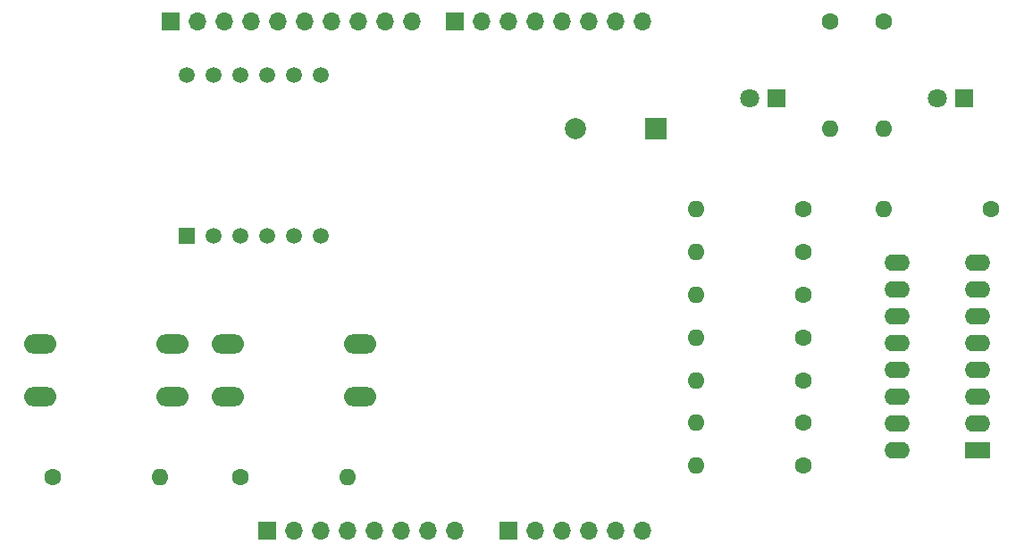
<source format=gbr>
%TF.GenerationSoftware,KiCad,Pcbnew,7.0.1*%
%TF.CreationDate,2023-03-30T13:35:16-06:00*%
%TF.ProjectId,Phase_A_UnoShield,50686173-655f-4415-9f55-6e6f53686965,rev?*%
%TF.SameCoordinates,Original*%
%TF.FileFunction,Soldermask,Top*%
%TF.FilePolarity,Negative*%
%FSLAX46Y46*%
G04 Gerber Fmt 4.6, Leading zero omitted, Abs format (unit mm)*
G04 Created by KiCad (PCBNEW 7.0.1) date 2023-03-30 13:35:16*
%MOMM*%
%LPD*%
G01*
G04 APERTURE LIST*
%ADD10R,1.700000X1.700000*%
%ADD11O,1.700000X1.700000*%
%ADD12R,1.800000X1.800000*%
%ADD13C,1.800000*%
%ADD14R,2.400000X1.600000*%
%ADD15O,2.400000X1.600000*%
%ADD16C,1.600000*%
%ADD17O,1.600000X1.600000*%
%ADD18R,2.000000X2.000000*%
%ADD19C,2.000000*%
%ADD20O,3.048000X1.850000*%
%ADD21R,1.500000X1.500000*%
%ADD22C,1.500000*%
G04 APERTURE END LIST*
D10*
%TO.C,J1*%
X127940000Y-97460000D03*
D11*
X130480000Y-97460000D03*
X133020000Y-97460000D03*
X135560000Y-97460000D03*
X138100000Y-97460000D03*
X140640000Y-97460000D03*
X143180000Y-97460000D03*
X145720000Y-97460000D03*
%TD*%
D10*
%TO.C,J3*%
X150800000Y-97460000D03*
D11*
X153340000Y-97460000D03*
X155880000Y-97460000D03*
X158420000Y-97460000D03*
X160960000Y-97460000D03*
X163500000Y-97460000D03*
%TD*%
D10*
%TO.C,J2*%
X118796000Y-49200000D03*
D11*
X121336000Y-49200000D03*
X123876000Y-49200000D03*
X126416000Y-49200000D03*
X128956000Y-49200000D03*
X131496000Y-49200000D03*
X134036000Y-49200000D03*
X136576000Y-49200000D03*
X139116000Y-49200000D03*
X141656000Y-49200000D03*
%TD*%
D10*
%TO.C,J4*%
X145720000Y-49200000D03*
D11*
X148260000Y-49200000D03*
X150800000Y-49200000D03*
X153340000Y-49200000D03*
X155880000Y-49200000D03*
X158420000Y-49200000D03*
X160960000Y-49200000D03*
X163500000Y-49200000D03*
%TD*%
D12*
%TO.C,D2*%
X193980000Y-56468000D03*
D13*
X191440000Y-56468000D03*
%TD*%
D14*
%TO.C,U2*%
X195240000Y-89840000D03*
D15*
X195240000Y-87300000D03*
X195240000Y-84760000D03*
X195240000Y-82220000D03*
X195240000Y-79680000D03*
X195240000Y-77140000D03*
X195240000Y-74600000D03*
X195240000Y-72060000D03*
X187620000Y-72060000D03*
X187620000Y-74600000D03*
X187620000Y-77140000D03*
X187620000Y-79680000D03*
X187620000Y-82220000D03*
X187620000Y-84760000D03*
X187620000Y-87300000D03*
X187620000Y-89840000D03*
%TD*%
D16*
%TO.C,R8*%
X178740000Y-83180000D03*
D17*
X168580000Y-83180000D03*
%TD*%
D16*
%TO.C,R5*%
X196520000Y-66980000D03*
D17*
X186360000Y-66980000D03*
%TD*%
D12*
%TO.C,D1*%
X176200000Y-56468000D03*
D13*
X173660000Y-56468000D03*
%TD*%
D16*
%TO.C,R1*%
X107620000Y-92380000D03*
D17*
X117780000Y-92380000D03*
%TD*%
D18*
%TO.C,LS1*%
X164760000Y-59360000D03*
D19*
X157160000Y-59360000D03*
%TD*%
D16*
%TO.C,R2*%
X125400000Y-92380000D03*
D17*
X135560000Y-92380000D03*
%TD*%
D20*
%TO.C,SW1*%
X106460000Y-79720000D03*
X118960000Y-79720000D03*
X106460000Y-84720000D03*
X118960000Y-84720000D03*
%TD*%
%TO.C,SW2*%
X124240000Y-79720000D03*
X136740000Y-79720000D03*
X124240000Y-84720000D03*
X136740000Y-84720000D03*
%TD*%
D21*
%TO.C,U1*%
X120320000Y-69520000D03*
D22*
X122860000Y-69520000D03*
X125400000Y-69520000D03*
X127940000Y-69520000D03*
X130480000Y-69520000D03*
X133020000Y-69520000D03*
X133020000Y-54280000D03*
X130480000Y-54280000D03*
X127940000Y-54280000D03*
X125400000Y-54280000D03*
X122860000Y-54280000D03*
X120320000Y-54280000D03*
%TD*%
D17*
%TO.C,R12*%
X168580000Y-66980000D03*
D16*
X178740000Y-66980000D03*
%TD*%
%TO.C,R10*%
X178740000Y-75080000D03*
D17*
X168580000Y-75080000D03*
%TD*%
D16*
%TO.C,R9*%
X178740000Y-79130000D03*
D17*
X168580000Y-79130000D03*
%TD*%
D16*
%TO.C,R6*%
X178740000Y-91280000D03*
D17*
X168580000Y-91280000D03*
%TD*%
D16*
%TO.C,R3*%
X181280000Y-49200000D03*
D17*
X181280000Y-59360000D03*
%TD*%
D16*
%TO.C,R7*%
X178740000Y-87230000D03*
D17*
X168580000Y-87230000D03*
%TD*%
%TO.C,R11*%
X168580000Y-71030000D03*
D16*
X178740000Y-71030000D03*
%TD*%
%TO.C,R4*%
X186360000Y-49200000D03*
D17*
X186360000Y-59360000D03*
%TD*%
M02*

</source>
